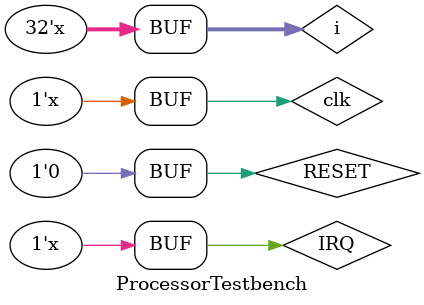
<source format=v>
`timescale 1ns / 1ps

module ProcessorTestbench;
   
   reg clk;
   reg RESET;
   reg IRQ;
   
   wire [31:0] InstAdd;
   wire        isCorrect;
   wire [31:0] expAddress;

   integer     i = 0;
   reg [31:0]  ver[1023:0];
   
   assign expAddress = ver[i];
   assign isCorrect = (InstAdd == ver[i]);
      
   Processor uut
     (
      .clk(clk),
      .RESET(RESET),
      .IRQ(IRQ),
      
      .InstAdd(InstAdd)
      );
   
   initial begin
       clk = 1;
       RESET = 0;
       IRQ = 0;
              
       ver[0] = 32'h80000000;
       ver[1] = 32'h8000002C;
       ver[2] = 32'h80000030;
       ver[3] = 32'h80000034;
       ver[4] = 32'h80000038;
       ver[5] = 32'h8000003C;
       ver[6] = 32'h80000040;
       ver[7] = 32'h80000044;
       ver[8] = 32'h80000048;
       ver[9] = 32'h8000004C;
       ver[10] = 32'h80000050;
       ver[11] = 32'h80000054;
       ver[12] = 32'h80000058;
       ver[13] = 32'h8000005C;
       ver[14] = 32'h80000060;
       ver[15] = 32'h80000064;
       ver[16] = 32'h80000068;
       ver[17] = 32'h8000006C;
       ver[18] = 32'h80000070;
       ver[19] = 32'h80000074;
       ver[20] = 32'h80000078;
       ver[21] = 32'h8000007C;
       ver[22] = 32'h80000080;
       ver[23] = 32'h80000084;
       ver[24] = 32'h80000088;
       ver[25] = 32'h8000008C;
       ver[26] = 32'h80000090;
       ver[27] = 32'h80000094;
       ver[28] = 32'h80000098;
       ver[29] = 32'h8000009C;
       ver[30] = 32'h800000A0;
       ver[31] = 32'h800000A4;
       ver[32] = 32'h800000A8;
       ver[33] = 32'h800000AC;
       ver[34] = 32'h800000B0;
       ver[35] = 32'h800000B4;
       ver[36] = 32'h800000B8;
       ver[37] = 32'h800000BC;
       ver[38] = 32'h800000C0;
       ver[39] = 32'h800000C4;
       ver[40] = 32'h800000C8;
       ver[41] = 32'h800000CC;
       ver[42] = 32'h800000D0;
       ver[43] = 32'h800000D4;
       ver[44] = 32'h800000D8;
       ver[45] = 32'h800000DC;
       ver[46] = 32'h800000E0;
       ver[47] = 32'h800000E4;
       ver[48] = 32'h800000E8;
       ver[49] = 32'h800000EC;
       ver[50] = 32'h800000F0;
       ver[51] = 32'h800000F4;
       ver[52] = 32'h800000F8;
       ver[53] = 32'h800000FC;
       ver[54] = 32'h80000100;
       ver[55] = 32'h80000104;
       ver[56] = 32'h80000108;
       ver[57] = 32'h8000010C;
       ver[58] = 32'h80000110;
       ver[59] = 32'h80000114;
       ver[60] = 32'h80000118;
       ver[61] = 32'h8000011C;
       ver[62] = 32'h80000120;
       ver[63] = 32'h80000124;
       ver[64] = 32'h80000128;
       ver[65] = 32'h8000012C;
       ver[66] = 32'h80000130;
       ver[67] = 32'h80000134;
       ver[68] = 32'h80000138;
       ver[69] = 32'h8000013C;
       ver[70] = 32'h80000140;
       ver[71] = 32'h80000144;
       ver[72] = 32'h80000148;
       ver[73] = 32'h8000014C;
       ver[74] = 32'h80000150;
       ver[75] = 32'h80000154;
       ver[76] = 32'h80000158;
       ver[77] = 32'h8000015C;
       ver[78] = 32'h80000160;
       ver[79] = 32'h80000164;
       ver[80] = 32'h80000168;
       ver[81] = 32'h8000016C;
       ver[82] = 32'h80000170;
       ver[83] = 32'h80000174;
       ver[84] = 32'h80000178;
       ver[85] = 32'h8000017C;
       ver[86] = 32'h80000180;
       ver[87] = 32'h80000184;
       ver[88] = 32'h80000188;
       ver[89] = 32'h8000018C;
       ver[90] = 32'h80000190;
       ver[91] = 32'h80000194;
       ver[92] = 32'h80000198;
       ver[93] = 32'h8000019C;
       ver[94] = 32'h800001A0;
       ver[95] = 32'h800001A4;
       ver[96] = 32'h800001A8;
       ver[97] = 32'h800001AC;
       ver[98] = 32'h800001B0;
       ver[99] = 32'h800001B4;
       ver[100] = 32'h800001B8;
       ver[101] = 32'h800001BC;
       ver[102] = 32'h800001C0;
       ver[103] = 32'h800001C4;
       ver[104] = 32'h800001C8;
       ver[105] = 32'h800001CC;
       ver[106] = 32'h800001D0;
       ver[107] = 32'h800001D4;
       ver[108] = 32'h800001D8;
       ver[109] = 32'h800001DC;
       ver[110] = 32'h800001E0;
       ver[111] = 32'h800001E4;
       ver[112] = 32'h800001E8;
       ver[113] = 32'h800001EC;
       ver[114] = 32'h800001F0;
       ver[115] = 32'h800001F4;
       ver[116] = 32'h800001F8;
       ver[117] = 32'h800001FC;
       ver[118] = 32'h80000200;
       ver[119] = 32'h80000204;
       ver[120] = 32'h80000208;
       ver[121] = 32'h8000020C;
       ver[122] = 32'h80000210;
       ver[123] = 32'h80000214;
       ver[124] = 32'h80000218;
       ver[125] = 32'h8000021C;
       ver[126] = 32'h80000220;
       ver[127] = 32'h80000228;
       ver[128] = 32'h8000022C;
       ver[129] = 32'h80000230;
       ver[130] = 32'h80000234;
       ver[131] = 32'h80000238;
       ver[132] = 32'h8000023C;
       ver[133] = 32'h80000240;
       ver[134] = 32'h80000244;
       ver[135] = 32'h80000248;
       ver[136] = 32'h8000024C;
       ver[137] = 32'h80000250;
       ver[138] = 32'h80000254;
       ver[139] = 32'h80000258;
       ver[140] = 32'h8000025C;
       ver[141] = 32'h80000260;
       ver[142] = 32'h80000264;
       ver[143] = 32'h80000268;
       ver[144] = 32'h8000026C;
       ver[145] = 32'h80000270;
       ver[146] = 32'h80000274;
       ver[147] = 32'h80000278;
       ver[148] = 32'h8000027C;
       ver[149] = 32'h80000280;
       ver[150] = 32'h80000284;
       ver[151] = 32'h80000288;
       ver[152] = 32'h8000028C;
       ver[153] = 32'h80000290;
       ver[154] = 32'h80000294;
       ver[155] = 32'h80000298;
       ver[156] = 32'h8000029C;
       ver[157] = 32'h800002A0;
       ver[158] = 32'h800002A4;
       ver[159] = 32'h800002A8;
       ver[160] = 32'h800002AC;
       ver[161] = 32'h800002B0;
       ver[162] = 32'h800002B4;
       ver[163] = 32'h800002B8;
       ver[164] = 32'h800002BC;
       ver[165] = 32'h800002C0;
       ver[166] = 32'h800002C4;
       ver[167] = 32'h800002C8;
       ver[168] = 32'h800002CC;
       ver[169] = 32'h800002D0;
       ver[170] = 32'h800002D4;
       ver[171] = 32'h80000004;
       ver[172] = 32'h80000014;
       ver[173] = 32'h80000018;
       ver[174] = 32'h80000024;
       ver[175] = 32'h80000028;
       ver[176] = 32'h800002D8;
       ver[177] = 32'h800002DC;
       ver[178] = 32'h800002E0;
       ver[179] = 32'h800002E4;
       ver[180] = 32'h800002E8;
       ver[181] = 32'h80000004;
       ver[182] = 32'h80000014;
       ver[183] = 32'h80000018;
       ver[184] = 32'h80000024;
       ver[185] = 32'h80000028;
       ver[186] = 32'h800002EC;
       ver[187] = 32'h80000004;
       ver[188] = 32'h80000014;
       ver[189] = 32'h80000018;
       ver[190] = 32'h80000024;
       ver[191] = 32'h80000028;
       ver[192] = 32'h800002F0;
       ver[193] = 32'h80000004;
       ver[194] = 32'h80000014;
       ver[195] = 32'h80000018;
       ver[196] = 32'h80000024;
       ver[197] = 32'h80000028;
       ver[198] = 32'h800002F4;
       ver[199] = 32'h80000004;
       ver[200] = 32'h80000014;
       ver[201] = 32'h80000018;
       ver[202] = 32'h80000024;
       ver[203] = 32'h80000028;
       ver[204] = 32'h800002F8;
       ver[205] = 32'h80000004;
       ver[206] = 32'h80000014;
       ver[207] = 32'h80000018;
       ver[208] = 32'h80000024;
       ver[209] = 32'h80000028;
       ver[210] = 32'h800002FC;
       ver[211] = 32'h80000004;
       ver[212] = 32'h80000014;
       ver[213] = 32'h80000018;
       ver[214] = 32'h80000024;
       ver[215] = 32'h80000028;
       ver[216] = 32'h80000300;
       ver[217] = 32'h80000004;
       ver[218] = 32'h80000014;
       ver[219] = 32'h80000018;
       ver[220] = 32'h80000024;
       ver[221] = 32'h80000028;
       ver[222] = 32'h80000304;
       ver[223] = 32'h80000004;
       ver[224] = 32'h80000014;
       ver[225] = 32'h80000018;
       ver[226] = 32'h80000024;
       ver[227] = 32'h80000028;
       ver[228] = 32'h80000308;
       ver[229] = 32'h8000030C;
       ver[230] = 32'h80000310;
       ver[231] = 32'h80000314;
       ver[232] = 32'h80000318;
       ver[233] = 32'h8000031C;
       ver[234] = 32'h80000320;
       ver[235] = 32'h80000324;
       ver[236] = 32'h80000328;
       ver[237] = 32'h8000032C;
       ver[238] = 32'h80000330;
       ver[239] = 32'h80000334;
       ver[240] = 32'h80000338;
       ver[241] = 32'h8000033C;
       ver[242] = 32'h80000340;
       ver[243] = 32'h80000344;
       ver[244] = 32'h80000348;
       ver[245] = 32'h8000034C;
       ver[246] = 32'h80000350;
       ver[247] = 32'h80000354;
       ver[248] = 32'h80000358;
       ver[249] = 32'h8000035C;
       ver[250] = 32'h80000360;
       ver[251] = 32'h80000364;
       ver[252] = 32'h80000368;
       ver[253] = 32'h8000036C;
       ver[254] = 32'h80000370;
       ver[255] = 32'h80000374;
       ver[256] = 32'h80000378;
       ver[257] = 32'h8000037C;
       ver[258] = 32'h80000380;
       ver[259] = 32'h80000384;
       ver[260] = 32'h80000388;
       ver[261] = 32'h8000038C;
       ver[262] = 32'h80000390;
       ver[263] = 32'h80000394;
       ver[264] = 32'h80000398;
       ver[265] = 32'h8000039C;
       ver[266] = 32'h800003A0;
       ver[267] = 32'h800003A4;
       ver[268] = 32'h800003A8;
       ver[269] = 32'h800003AC;
       ver[270] = 32'h800003B0;
       ver[271] = 32'h800003B4;
       ver[272] = 32'h000003B8;
       ver[273] = 32'h80000008;
       ver[274] = 32'h000003BC;
       ver[275] = 32'h000003C0;
       ver[276] = 32'h000003C4;
       ver[277] = 32'h000003C8;
       ver[278] = 32'h000003C4;
       ver[279] = 32'h000003C8;
       ver[280] = 32'h000003C4;
       ver[281] = 32'h000003C8;
       ver[282] = 32'h000003C4;
       ver[283] = 32'h000003C8;
       ver[284] = 32'h000003C4;
       ver[285] = 32'h000003C8;
       ver[286] = 32'h000003C4;
       ver[287] = 32'h000003C8;     

      #20
	RESET = 1;
      #10
	RESET = 0;
   end

   always begin
       #40 clk = ~clk;
   end

   always begin
       #80 
       i = i+1;
   end

   always begin
       #21820
	 IRQ = ~IRQ;
       #25 
	 IRQ = ~IRQ;
   end

   

   always begin
       #2000
	 IRQ = ~IRQ;
       #100
	 IRQ = ~IRQ;
   end
endmodule // ProcessorTestbench


</source>
